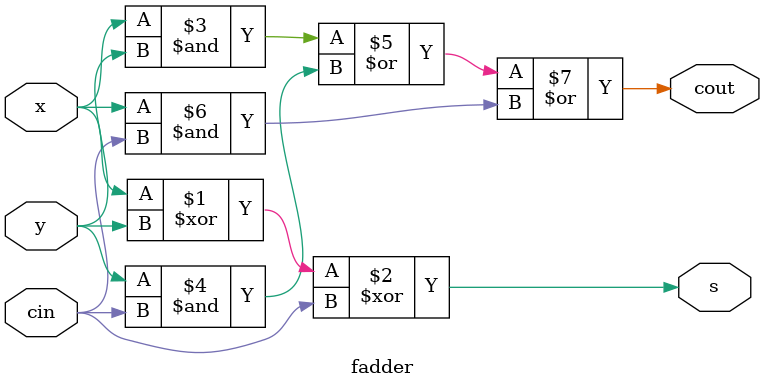
<source format=sv>
module select_adder
(
    input   logic[15:0]     A,
    input   logic[15:0]     B,
    output  logic[15:0]     S,
    output  logic           CO
);

    /* TODO
     *
     * Insert code here to implement a carry select.
     * Your code should be completly combinational (don't use always_ff or always_latch).
     * Feel free to create sub-modules or other files. */

         logic C1, C2, C3, Cout;

      fourbitsa FRA0(.x(A[3:0]), .y(B[3:0]), .cin(0), .s(S[3:0]), .cout(c1));
      fourbitsa FRA1(.x(A[7:4]), .y(B[7:4]), .cin(c1), .s(S[7:4]), .cout(c2));
      fourbitsa FRA2(.x(A[11:8]), .y(B[11:8]), .cin(c2), .s(S[11:8]), .cout(c3));
      fourbitsa FRA3(.x(A[15:12]), .y(B[15:12]), .cin(c3), .s(S[15:12]), .cout(Cout));
            assign CO = Cout;

endmodule

module fourbitsa(
input [3:0] x,
input [3:0] y,
input cin,
output logic [3:0] s,
output logic cout
);

  logic c00, c01, c10, c11, c20, c21, cout0, cout1;
    logic [3:0] s0, s1;

         fadder fa0(.x(x[0]), .y(y[0]), .cin(1'b0), . s(s0[0]), .cout(c00));
         fadder fa1(.x(x[1]), .y(y[1]), .cin(c00), .s(s0[1]), .cout(c10));
         fadder fa2(.x(x[2]), .y(y[2]), .cin(c10), .s(s0[2]), .cout(c20));
         fadder fa3(.x(x[3]), .y(y[3]), .cin(c20), .s(s0[3]), .cout(cout0));

			fadder fa01(.x(x[0]), .y(y[0]), .cin(1'b1), . s(s1[0]), .cout(c01));
			fadder fa11(.x(x[1]), .y(y[1]), .cin(c01), .s(s1[1]), .cout(c11));
			fadder fa21(.x(x[2]), .y(y[2]), .cin(c11), .s(s1[2]), .cout(c21));
			fadder fa31(.x(x[3]), .y(y[3]), .cin(c21), .s(s1[3]), .cout(cout1));

      always_comb
			begin
			  if (cin == 1'b0)
				begin
						s = s0;
						cout = cout0;
				end
			  else
				begin
						s = s1;
						cout = cout1;
				end
			end

    endmodule

 module fadder (input x, y, cin,
	output s, cout);
		
		assign s = x^y^cin;
		assign cout = (x&y)|(y&cin)|(x&cin);
		
		endmodule
</source>
